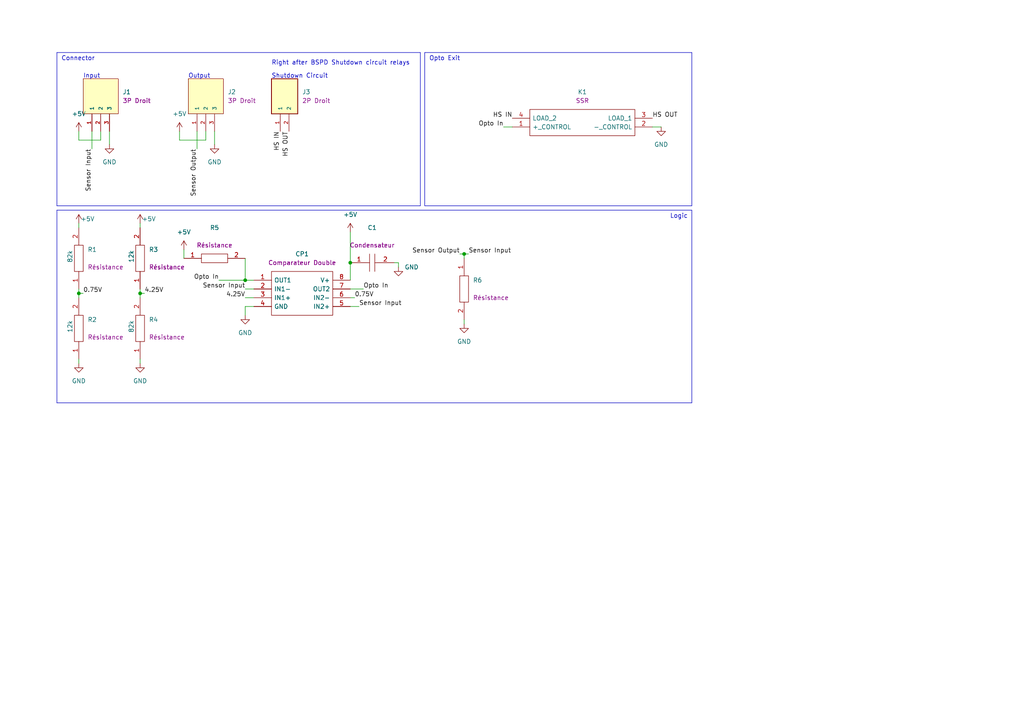
<source format=kicad_sch>
(kicad_sch (version 20230121) (generator eeschema)
  (paper "A4")
  (lib_symbols
    (symbol "EPSA_lib:2P Droit 2-11-2022" (pin_names (offset 1.016))
      (property "Reference" "J" (at 6.35 5.08 0))
      (property "Render Name" "2P Droit" (at 0 3.81 0))
      (symbol "2P Droit 2-11-2022_0_0"
        (rectangle (start -5.08 -5.08) (end 5.08 2.54) (stroke (width 0.254)) (fill (type background)))
        (pin passive line (at -10.16 0 0) (length 5.08) (name "1") (number "1"))
        (pin passive line (at -10.16 -2.54 0) (length 5.08) (name "2") (number "2"))
      )
    )
    (symbol "EPSA_lib:3P Droit 22-11-2032" (pin_names (offset 1.016))
      (property "Reference" "J" (at 6.35 7.62 0))
      (property "Render Name" "3P Droit" (at 0 6.35 0))
      (symbol "3P Droit 22-11-2032_0_0"
        (rectangle (start -5.08 -5.08) (end 5.08 5.08) (stroke (width 0.1524)) (fill (type background)))
        (pin passive line (at -10.16 2.54 0) (length 5.08) (name "1") (number "1"))
        (pin passive line (at -10.16 0 0) (length 5.08) (name "2") (number "2"))
        (pin passive line (at -10.16 -2.54 0) (length 5.08) (name "3") (number "3"))
      )
    )
    (symbol "EPSA_lib:Comparateur Double LM393LVDR" (pin_names (offset 0.762))
      (property "Reference" "CP" (at 35.56 8.89 0))
      (property "Render Name" "Comparateur Double" (at 13.97 3.81 0))
      (symbol "Comparateur Double LM393LVDR_0_0"
        (pin passive line (at 0 0 0) (length 5.08) (name "OUT1") (number "1"))
        (pin passive line (at 0 -2.54 0) (length 5.08) (name "IN1-") (number "2"))
        (pin passive line (at 0 -5.08 0) (length 5.08) (name "IN1+") (number "3"))
        (pin passive line (at 0 -7.62 0) (length 5.08) (name "GND") (number "4"))
        (pin passive line (at 27.94 -7.62 180) (length 5.08) (name "IN2+") (number "5"))
        (pin passive line (at 27.94 -5.08 180) (length 5.08) (name "IN2-") (number "6"))
        (pin passive line (at 27.94 -2.54 180) (length 5.08) (name "OUT2") (number "7"))
        (pin passive line (at 27.94 0 180) (length 5.08) (name "V+") (number "8"))
      )
      (symbol "Comparateur Double LM393LVDR_0_1"
        (polyline (pts (xy 5.08 2.54) (xy 22.86 2.54) (xy 22.86 -10.16) (xy 5.08 -10.16) (xy 5.08 2.54)) (stroke (width 0.1524)))
      )
    )
    (symbol "EPSA_lib:Condensateur 0805Y1000104JXT" (pin_names (offset 0.762))
      (property "Reference" "C" (at 20.32 5.08 0))
      (property "Spice_Model" "10" (at 5.08 6.35 0))
      (property "Render Name" "Condensateur" (at 6.35 3.81 0))
      (symbol "Condensateur 0805Y1000104JXT_0_0"
        (pin passive line (at 0 0 0) (length 5.08) (name "~") (number "1"))
        (pin passive line (at 12.7 0 180) (length 5.08) (name "~") (number "2"))
      )
      (symbol "Condensateur 0805Y1000104JXT_0_1"
        (polyline (pts (xy 5.08 0) (xy 5.588 0)) (stroke (width 0.1524)))
        (polyline (pts (xy 5.588 2.54) (xy 5.588 -2.54)) (stroke (width 0.1524)))
        (polyline (pts (xy 7.112 0) (xy 7.62 0)) (stroke (width 0.1524)))
        (polyline (pts (xy 7.112 2.54) (xy 7.112 -2.54)) (stroke (width 0.1524)))
      )
    )
    (symbol "EPSA_lib:Résistance RK73H2BLTDD2152F" (pin_names (offset 0.762))
      (property "Reference" "R" (at 25.4 5.08 0))
      (property "Spice_Model" "10" (at 7.62 5.08 0))
      (property "Render Name" "Résistance" (at 8.89 2.54 0))
      (symbol "Résistance RK73H2BLTDD2152F_0_0"
        (pin passive line (at 0 0 0) (length 5.08) (name "~") (number "1"))
        (pin passive line (at 17.78 0 180) (length 5.08) (name "~") (number "2"))
      )
      (symbol "Résistance RK73H2BLTDD2152F_0_1"
        (polyline (pts (xy 5.08 1.27) (xy 12.7 1.27) (xy 12.7 -1.27) (xy 5.08 -1.27) (xy 5.08 1.27)) (stroke (width 0.1524)))
      )
    )
    (symbol "EPSA_lib:SSR CPC1394GR" (pin_names (offset 0.762))
      (property "Reference" "K" (at 48.26 7.62 0))
      (property "Render Name" "SSR" (at 19.05 3.81 0))
      (symbol "SSR CPC1394GR_0_0"
        (pin passive line (at 0 -2.54 0) (length 5.08) (name "+_CONTROL") (number "1"))
        (pin passive line (at 40.64 -2.54 180) (length 5.08) (name "-_CONTROL") (number "2"))
        (pin passive line (at 40.64 0 180) (length 5.08) (name "LOAD_1") (number "3"))
        (pin passive line (at 0 0 0) (length 5.08) (name "LOAD_2") (number "4"))
      )
      (symbol "SSR CPC1394GR_0_1"
        (polyline (pts (xy 5.08 2.54) (xy 35.56 2.54) (xy 35.56 -5.08) (xy 5.08 -5.08) (xy 5.08 2.54)) (stroke (width 0.1524)))
      )
    )
    (symbol "power:+5V" (power) (pin_names (offset 0))
      (property "Value" "+5V" (at 0 3.556 0))
      (symbol "+5V_0_1"
        (polyline (pts (xy -0.762 1.27) (xy 0 2.54)))
        (polyline (pts (xy 0 0) (xy 0 2.54)))
        (polyline (pts (xy 0 2.54) (xy 0.762 1.27)))
      )
      (symbol "+5V_1_1"
        (pin power_in line (at 0 0 90) (length 0) hide (name "+5V") (number "1"))
      )
    )
    (symbol "power:GND" (power) (pin_names (offset 0))
      (property "Value" "GND" (at 0 -3.81 0))
      (symbol "GND_0_1"
        (polyline (pts (xy 0 0) (xy 0 -1.27) (xy 1.27 -1.27) (xy 0 -2.54) (xy -1.27 -1.27) (xy 0 -1.27)))
      )
      (symbol "GND_1_1"
        (pin power_in line (at 0 0 270) (length 0) hide (name "GND") (number "1"))
      )
    )
  )
  (junction (at 134.62 73.66))
  (junction (at 40.64 85.09))
  (junction (at 101.6 76.2))
  (junction (at 22.86 85.09))
  (junction (at 71.12 81.28))
  (polyline (pts (xy 121.92 59.69) (xy 16.51 59.69)))
  (polyline (pts (xy 16.51 60.96) (xy 200.66 60.96)))
  (wire (pts (xy 71.12 81.28) (xy 73.66 81.28)))
  (wire (pts (xy 101.6 86.36) (xy 102.87 86.36)))
  (wire (pts (xy 22.86 83.82) (xy 22.86 85.09)))
  (wire (pts (xy 101.6 83.82) (xy 105.41 83.82)))
  (polyline (pts (xy 200.66 15.24) (xy 200.66 59.69)))
  (wire (pts (xy 115.57 76.2) (xy 115.57 77.47)))
  (wire (pts (xy 40.64 85.09) (xy 41.91 85.09)))
  (wire (pts (xy 134.62 73.66) (xy 134.62 74.93)))
  (wire (pts (xy 40.64 85.09) (xy 40.64 86.36)))
  (wire (pts (xy 59.69 40.64) (xy 52.07 40.64)))
  (wire (pts (xy 71.12 86.36) (xy 73.66 86.36)))
  (wire (pts (xy 71.12 74.93) (xy 71.12 81.28)))
  (wire (pts (xy 101.6 76.2) (xy 101.6 67.31)))
  (wire (pts (xy 22.86 64.77) (xy 22.86 66.04)))
  (wire (pts (xy 22.86 85.09) (xy 24.13 85.09)))
  (wire (pts (xy 114.3 76.2) (xy 115.57 76.2)))
  (wire (pts (xy 31.75 38.1) (xy 31.75 41.91)))
  (polyline (pts (xy 123.19 15.24) (xy 123.19 59.69)))
  (wire (pts (xy 59.69 38.1) (xy 59.69 40.64)))
  (wire (pts (xy 101.6 81.28) (xy 101.6 76.2)))
  (wire (pts (xy 134.62 92.71) (xy 134.62 93.98)))
  (wire (pts (xy 40.64 83.82) (xy 40.64 85.09)))
  (wire (pts (xy 22.86 38.1) (xy 22.86 40.64)))
  (polyline (pts (xy 200.66 59.69) (xy 123.19 59.69)))
  (wire (pts (xy 29.21 40.64) (xy 22.86 40.64)))
  (wire (pts (xy 73.66 88.9) (xy 71.12 88.9)))
  (wire (pts (xy 146.05 36.83) (xy 148.59 36.83)))
  (wire (pts (xy 22.86 85.09) (xy 22.86 86.36)))
  (wire (pts (xy 40.64 104.14) (xy 40.64 105.41)))
  (polyline (pts (xy 16.51 15.24) (xy 16.51 59.69)))
  (wire (pts (xy 53.34 72.39) (xy 53.34 74.93)))
  (polyline (pts (xy 121.92 15.24) (xy 121.92 59.69)))
  (wire (pts (xy 71.12 83.82) (xy 73.66 83.82)))
  (wire (pts (xy 40.64 64.77) (xy 40.64 66.04)))
  (polyline (pts (xy 16.51 15.24) (xy 121.92 15.24)))
  (wire (pts (xy 57.15 38.1) (xy 57.15 43.18)))
  (wire (pts (xy 189.23 36.83) (xy 191.77 36.83)))
  (wire (pts (xy 101.6 88.9) (xy 104.14 88.9)))
  (wire (pts (xy 134.62 73.66) (xy 135.89 73.66)))
  (polyline (pts (xy 200.66 60.96) (xy 200.66 116.84)))
  (wire (pts (xy 52.07 38.1) (xy 52.07 40.64)))
  (wire (pts (xy 29.21 38.1) (xy 29.21 40.64)))
  (polyline (pts (xy 16.51 60.96) (xy 16.51 116.84)))
  (wire (pts (xy 71.12 88.9) (xy 71.12 91.44)))
  (polyline (pts (xy 123.19 15.24) (xy 200.66 15.24)))
  (wire (pts (xy 22.86 104.14) (xy 22.86 105.41)))
  (wire (pts (xy 62.23 38.1) (xy 62.23 41.91)))
  (wire (pts (xy 133.35 73.66) (xy 134.62 73.66)))
  (wire (pts (xy 63.5 81.28) (xy 71.12 81.28)))
  (wire (pts (xy 26.67 38.1) (xy 26.67 43.18)))
  (polyline (pts (xy 200.66 116.84) (xy 16.51 116.84)))
  (text "Connector" (at 17.78 17.78 0) (effects (font (size 1.27 1.27)) (justify left bottom)))
  (text "Logic\n" (at 194.31 63.5 0) (effects (font (size 1.27 1.27)) (justify left bottom)))
  (text "Right after BSPD Shutdown circuit relays" (at 78.74 19.05 0) (effects (font (size 1.27 1.27)) (justify left bottom)))
  (text "Opto Exit" (at 124.46 17.78 0) (effects (font (size 1.27 1.27)) (justify left bottom)))
  (text "Output" (at 54.61 22.86 0) (effects (font (size 1.27 1.27)) (justify left bottom)))
  (text "Input" (at 24.13 22.86 0) (effects (font (size 1.27 1.27)) (justify left bottom)))
  (text "Shutdown Circuit" (at 78.74 22.86 0) (effects (font (size 1.27 1.27)) (justify left bottom)))
  (label "HS IN" (at 81.28 38.1 270))
  (label "Opto In" (at 105.41 83.82 0))
  (label "Sensor Input" (at 135.89 73.66 0))
  (label "HS OUT" (at 189.23 34.29 0))
  (label "0.75V" (at 102.87 86.36 0))
  (label "HS IN" (at 148.59 34.29 180))
  (label "Sensor Input" (at 26.67 43.18 270))
  (label "4.25V" (at 41.91 85.09 0))
  (label "Opto In" (at 63.5 81.28 180))
  (label "Sensor Output" (at 133.35 73.66 180))
  (label "Opto In" (at 146.05 36.83 180))
  (label "Sensor Output" (at 57.15 43.18 270))
  (label "0.75V" (at 24.13 85.09 0))
  (label "Sensor Input" (at 71.12 83.82 180))
  (label "Sensor Input" (at 104.14 88.9 0))
  (label "HS OUT" (at 83.82 38.1 270))
  (label "4.25V" (at 71.12 86.36 180))
  (symbol (lib_id "power:+5V") (at 40.64 64.77 0) (unit 1)
    (property "Reference" "#PWR06" (effects hide))
    (property "Value" "+5V" (at 43.18 63.5 0))
  )
  (symbol (lib_id "EPSA_lib:2P Droit 2-11-2022") (at 81.28 27.94 90) (unit 1)
    (property "Reference" "J3" (at 87.63 26.6699 90) (effects (justify right)))
    (property "Value" "2P Droit 2-11-2022" (effects hide))
    (property "Footprint" "EPSA_lib:MOLEX_22-11-2022" (effects hide))
    (property "MAXIMUM_PACKAGE_HEIGHT" "10.66mm" (effects hide))
    (property "PARTREV" "BD8" (effects hide))
    (property "STANDARD" "Manufacturer Recommendations" (effects hide))
    (property "MANUFACTURER" "Molex" (effects hide))
    (property "Sim.Enable" "0" (effects hide))
    (property "Render Name" "2P Droit" (at 87.63 29.2099 90) (effects (justify right)))
    (property "Sim.Device" "SPICE" (effects hide))
    (property "Sim.Params" "type=\"J\" model=\"22-11-2022\" lib=\"\"" (effects hide))
    (property "Sim.Pins" "1=1 2=2" (effects hide))
  )
  (symbol (lib_id "EPSA_lib:Comparateur Double LM393LVDR") (at 73.66 81.28 0) (unit 1)
    (property "Reference" "CP1" (at 87.63 73.66 0))
    (property "Value" "Comparateur Double LM393LVDR" (effects hide))
    (property "Footprint" "EPSA_lib:SOIC127P600X175-8N" (effects hide))
    (property "Datasheet" "https://www.ti.com/lit/ds/symlink/lm393lv.pdf?ts=1609509320428&ref_url=https%253A%252F%252Feu.mouser.com%252F" (effects hide))
    (property "Description" "Analog Comparators 1.65-V to 5.5-V, low voltage dual commodity comparator" (effects hide))
    (property "Height" "1.75" (effects hide))
    (property "Manufacturer_Name" "Texas Instruments" (effects hide))
    (property "Manufacturer_Part_Number" "LM393LVDR" (effects hide))
    (property "Mouser Part Number" "595-LM393LVDR" (effects hide))
    (property "Mouser Price/Stock" "https://www.mouser.co.uk/ProductDetail/Texas-Instruments/LM393LVDR?qs=zW32dvEIR3vk5%2FzEI25KTQ%3D%3D" (effects hide))
    (property "Arrow Part Number" "LM393LVDR" (effects hide))
    (property "Arrow Price/Stock" "https://www.arrow.com/en/products/lm393lvdr/texas-instruments" (effects hide))
    (property "Render Name" "Comparateur Double" (at 87.63 76.2 0))
    (property "Sim.Library" "${EPSA}\\SpiceModel\\CD_lm393.lib" (effects hide))
    (property "Sim.Name" "LM2903B_Dual" (effects hide))
    (property "Sim.Pins" "1=OUT1 2=IN1- 3=IN1+ 4=GND 5=IN2+ 6=IN2- 7=OUT2 8=Vcc" (effects hide))
  )
  (symbol (lib_id "EPSA_lib:Résistance RK73H2BLTDD2152F") (at 134.62 74.93 270) (unit 1)
    (property "Reference" "R6" (at 137.16 81.2799 90) (effects (justify left)))
    (property "Value" "Résistance RK73H2BLTDD2152F" (effects hide))
    (property "Footprint" "EPSA_lib:RESC3216X70N" (effects hide))
    (property "Datasheet" "http://www.koaspeer.com/catimages/Products/RK73H/RK73H.pdf" (effects hide))
    (property "Description" "Thick Film Resistors - SMD" (effects hide))
    (property "Height" "0.7" (effects hide))
    (property "Manufacturer_Name" "KOA Speer" (effects hide))
    (property "Manufacturer_Part_Number" "RK73H2BLTDD2152F" (effects hide))
    (property "Mouser Part Number" "N/A" (effects hide))
    (property "Mouser Price/Stock" "https://www.mouser.co.uk/ProductDetail/KOA-Speer/RK73H2BLTDD2152F?qs=WeIALVmW3zmyxMFsjVzMRw%3D%3D" (effects hide))
    (property "Render Name" "Résistance" (at 137.16 86.3599 90) (effects (justify left)))
    (property "Sim.Device" "SPICE" (effects hide))
    (property "Sim.Params" "type=\"R\" model=\"1mega\" lib=\"\"" (effects hide))
    (property "Sim.Pins" "1=1 2=2" (effects hide))
  )
  (symbol (lib_id "power:GND") (at 134.62 93.98 0) (unit 1)
    (property "Reference" "#PWR013" (effects hide))
    (property "Value" "GND" (at 134.62 99.06 0))
  )
  (symbol (lib_id "EPSA_lib:3P Droit 22-11-2032") (at 59.69 27.94 90) (unit 1)
    (property "Reference" "J2" (at 66.04 26.6699 90) (effects (justify right)))
    (property "Value" "3P Droit 22-11-2032" (effects hide))
    (property "Footprint" "EPSA_lib:MOLEX_22-11-2032" (effects hide))
    (property "STANDARD" "Manufacturer recommendations" (effects hide))
    (property "PARTREV" "BD8" (effects hide))
    (property "MAXIMUM_PACKAGE_HEIGHT" "10.66mm" (effects hide))
    (property "MANUFACTURER" "Molex" (effects hide))
    (property "Sim.Enable" "0" (effects hide))
    (property "Render Name" "3P Droit" (at 66.04 29.2099 90) (effects (justify right)))
    (property "Sim.Device" "SPICE" (effects hide))
    (property "Sim.Params" "type=\"J\" model=\"22-11-2032\" lib=\"\"" (effects hide))
    (property "Sim.Pins" "1=1 2=2 3=3" (effects hide))
  )
  (symbol (lib_id "power:+5V") (at 22.86 38.1 0) (unit 1)
    (property "Reference" "#PWR02" (effects hide))
    (property "Value" "+5V" (at 22.86 33.02 0))
  )
  (symbol (lib_id "power:+5V") (at 53.34 72.39 0) (unit 1)
    (property "Reference" "#PWR09" (effects hide))
    (property "Value" "+5V" (at 53.34 67.31 0))
  )
  (symbol (lib_id "power:+5V") (at 101.6 67.31 0) (unit 1)
    (property "Reference" "#PWR012" (effects hide))
    (property "Value" "+5V" (at 101.6 62.23 0))
  )
  (symbol (lib_id "power:GND") (at 22.86 105.41 0) (unit 1)
    (property "Reference" "#PWR04" (effects hide))
    (property "Value" "GND" (at 22.86 110.49 0))
  )
  (symbol (lib_id "EPSA_lib:3P Droit 22-11-2032") (at 29.21 27.94 90) (unit 1)
    (property "Reference" "J1" (at 35.56 26.6699 90) (effects (justify right)))
    (property "Value" "3P Droit 22-11-2032" (effects hide))
    (property "Footprint" "EPSA_lib:MOLEX_22-11-2032" (effects hide))
    (property "STANDARD" "Manufacturer recommendations" (effects hide))
    (property "PARTREV" "BD8" (effects hide))
    (property "MAXIMUM_PACKAGE_HEIGHT" "10.66mm" (effects hide))
    (property "MANUFACTURER" "Molex" (effects hide))
    (property "Sim.Enable" "0" (effects hide))
    (property "Render Name" "3P Droit" (at 35.56 29.2099 90) (effects (justify right)))
    (property "Sim.Device" "SPICE" (effects hide))
    (property "Sim.Params" "type=\"J\" model=\"22-11-2032\" lib=\"\"" (effects hide))
    (property "Sim.Pins" "1=1 2=2 3=3" (effects hide))
  )
  (symbol (lib_id "power:GND") (at 191.77 36.83 0) (unit 1)
    (property "Reference" "#PWR017" (effects hide))
    (property "Value" "GND" (at 191.77 41.91 0))
  )
  (symbol (lib_id "power:GND") (at 71.12 91.44 0) (unit 1)
    (property "Reference" "#PWR011" (effects hide))
    (property "Value" "GND" (at 71.12 96.52 0))
  )
  (symbol (lib_id "power:GND") (at 62.23 41.91 0) (unit 1)
    (property "Reference" "#PWR010" (effects hide))
    (property "Value" "GND" (at 62.23 46.99 0))
  )
  (symbol (lib_id "EPSA_lib:SSR CPC1394GR") (at 148.59 34.29 0) (unit 1)
    (property "Reference" "K1" (at 168.91 26.67 0))
    (property "Value" "SSR CPC1394GR" (effects hide))
    (property "Footprint" "EPSA_lib:CPC1394GR" (effects hide))
    (property "Datasheet" "https://componentsearchengine.com/Datasheets/1/CPC1394GR.pdf" (effects hide))
    (property "Description" "SPST-NO Solid State Relay Solder 120 mA rms/mA dc Surface Mount, DC MOSFET" (effects hide))
    (property "Height" "3.556" (effects hide))
    (property "Manufacturer_Name" "LITTELFUSE" (effects hide))
    (property "Manufacturer_Part_Number" "CPC1394GR" (effects hide))
    (property "Mouser Part Number" "849-CPC1394GR" (effects hide))
    (property "Mouser Price/Stock" "https://www.mouser.co.uk/ProductDetail/IXYS-Integrated-Circuits/CPC1394GR?qs=8uBHJDVwVqyTG8bzDwZMmA%3D%3D" (effects hide))
    (property "Render Name" "SSR" (at 168.91 29.21 0))
    (property "Sim.Library" "${EPSA}\\SpiceModel\\SSR.lib" (effects hide))
    (property "Sim.Name" "SWITCH" (effects hide))
    (property "Sim.Pins" "1=CONT+ 2=CONT- 3=LOAD1 4=LOAD2" (effects hide))
  )
  (symbol (lib_id "power:GND") (at 115.57 77.47 0) (unit 1)
    (property "Reference" "#PWR01" (effects hide))
    (property "Value" "GND" (at 119.38 77.47 0))
  )
  (symbol (lib_id "power:+5V") (at 22.86 64.77 0) (unit 1)
    (property "Reference" "#PWR03" (effects hide))
    (property "Value" "+5V" (at 25.4 63.5 0))
  )
  (symbol (lib_id "EPSA_lib:Résistance RK73H2BLTDD2152F") (at 22.86 104.14 90) (unit 1)
    (property "Reference" "R2" (at 25.4 92.7099 90) (effects (justify right)))
    (property "Value" "12k" (at 20.32 96.52 0) (effects (justify left)))
    (property "Footprint" "EPSA_lib:RESC3216X70" (effects hide))
    (property "Datasheet" "http://www.koaspeer.com/catimages/Products/RK73H/RK73H.pdf" (effects hide))
    (property "Description" "Thick Film Resistors - SMD" (effects hide))
    (property "Height" "0.7" (effects hide))
    (property "Manufacturer_Name" "KOA Speer" (effects hide))
    (property "Manufacturer_Part_Number" "RK73H2BLTDD2152F" (effects hide))
    (property "Mouser Part Number" "N/A" (effects hide))
    (property "Mouser Price/Stock" "https://www.mouser.co.uk/ProductDetail/KOA-Speer/RK73H2BLTDD2152F?qs=WeIALVmW3zmyxMFsjVzMRw%3D%3D" (effects hide))
    (property "Render Name" "Résistance" (at 25.4 97.7899 90) (effects (justify right)))
    (property "Sim.Device" "SPICE" (effects hide))
    (property "Sim.Params" "type=\"R\" model=\"2k\" lib=\"\"" (effects hide))
    (property "Sim.Pins" "1=1 2=2" (effects hide))
  )
  (symbol (lib_id "power:GND") (at 31.75 41.91 0) (unit 1)
    (property "Reference" "#PWR05" (effects hide))
    (property "Value" "GND" (at 31.75 46.99 0))
  )
  (symbol (lib_id "power:GND") (at 40.64 105.41 0) (unit 1)
    (property "Reference" "#PWR07" (effects hide))
    (property "Value" "GND" (at 40.64 110.49 0))
  )
  (symbol (lib_id "power:+5V") (at 52.07 38.1 0) (unit 1)
    (property "Reference" "#PWR08" (effects hide))
    (property "Value" "+5V" (at 52.07 33.02 0))
  )
  (symbol (lib_id "EPSA_lib:Condensateur 0805Y1000104JXT") (at 101.6 76.2 0) (unit 1)
    (property "Reference" "C1" (at 107.95 66.04 0))
    (property "Value" "Condensateur 0805Y1000104JXT" (effects hide))
    (property "Footprint" "EPSA_lib:CAPC2012X130N" (effects hide))
    (property "Datasheet" "http://docs-europe.electrocomponents.com/webdocs/119d/0900766b8119d7bc.pdf" (effects hide))
    (property "Description" "Syfer 0805 Ceramic Chip Capacitors" (effects hide))
    (property "Height" "1.3" (effects hide))
    (property "Manufacturer_Name" "Syfer" (effects hide))
    (property "Manufacturer_Part_Number" "0805Y1000104JXT" (effects hide))
    (property "Arrow Part Number" "0805Y1000104JXT" (effects hide))
    (property "Arrow Price/Stock" "https://www.arrow.com/en/products/0805y1000104jxt/syfer-technology?region=europe" (effects hide))
    (property "Render Name" "Condensateur" (at 107.95 71.12 0))
    (property "Sim.Device" "SPICE" (effects hide))
    (property "Sim.Params" "type=\"C\" model=\"15p\" lib=\"\"" (effects hide))
    (property "Sim.Pins" "1=1 2=2" (effects hide))
  )
  (symbol (lib_id "EPSA_lib:Résistance RK73H2BLTDD2152F") (at 22.86 83.82 90) (unit 1)
    (property "Reference" "R1" (at 25.4 72.3899 90) (effects (justify right)))
    (property "Value" "82k" (at 20.32 76.2 0) (effects (justify left)))
    (property "Footprint" "EPSA_lib:RESC3216X70N" (effects hide))
    (property "Datasheet" "http://www.koaspeer.com/catimages/Products/RK73H/RK73H.pdf" (effects hide))
    (property "Description" "Thick Film Resistors - SMD" (effects hide))
    (property "Height" "0.7" (effects hide))
    (property "Manufacturer_Name" "KOA Speer" (effects hide))
    (property "Manufacturer_Part_Number" "RK73H2BLTDD2152F" (effects hide))
    (property "Mouser Part Number" "N/A" (effects hide))
    (property "Mouser Price/Stock" "https://www.mouser.co.uk/ProductDetail/KOA-Speer/RK73H2BLTDD2152F?qs=WeIALVmW3zmyxMFsjVzMRw%3D%3D" (effects hide))
    (property "Render Name" "Résistance" (at 25.4 77.4699 90) (effects (justify right)))
    (property "Sim.Device" "SPICE" (effects hide))
    (property "Sim.Params" "type=\"R\" model=\"8k\" lib=\"\"" (effects hide))
    (property "Sim.Pins" "1=1 2=2" (effects hide))
  )
  (symbol (lib_id "EPSA_lib:Résistance RK73H2BLTDD2152F") (at 53.34 74.93 0) (unit 1)
    (property "Reference" "R5" (at 62.23 66.04 0))
    (property "Value" "Résistance RK73H2BLTDD2152F" (effects hide))
    (property "Footprint" "EPSA_lib:RESC3216X70N" (effects hide))
    (property "Datasheet" "http://www.koaspeer.com/catimages/Products/RK73H/RK73H.pdf" (effects hide))
    (property "Description" "Thick Film Resistors - SMD" (effects hide))
    (property "Height" "0.7" (effects hide))
    (property "Manufacturer_Name" "KOA Speer" (effects hide))
    (property "Manufacturer_Part_Number" "RK73H2BLTDD2152F" (effects hide))
    (property "Mouser Part Number" "N/A" (effects hide))
    (property "Mouser Price/Stock" "https://www.mouser.co.uk/ProductDetail/KOA-Speer/RK73H2BLTDD2152F?qs=WeIALVmW3zmyxMFsjVzMRw%3D%3D" (effects hide))
    (property "Render Name" "Résistance" (at 62.23 71.12 0))
    (property "Sim.Device" "SPICE" (effects hide))
    (property "Sim.Params" "type=\"R\" model=\"2k2\" lib=\"\"" (effects hide))
    (property "Sim.Pins" "1=1 2=2" (effects hide))
  )
  (symbol (lib_id "EPSA_lib:Résistance RK73H2BLTDD2152F") (at 40.64 83.82 90) (unit 1)
    (property "Reference" "R3" (at 43.18 72.3899 90) (effects (justify right)))
    (property "Value" "12k" (at 38.1 76.2 0) (effects (justify left)))
    (property "Footprint" "EPSA_lib:RESC3216X70N" (effects hide))
    (property "Datasheet" "http://www.koaspeer.com/catimages/Products/RK73H/RK73H.pdf" (effects hide))
    (property "Description" "Thick Film Resistors - SMD" (effects hide))
    (property "Height" "0.7" (effects hide))
    (property "Manufacturer_Name" "KOA Speer" (effects hide))
    (property "Manufacturer_Part_Number" "RK73H2BLTDD2152F" (effects hide))
    (property "Mouser Part Number" "N/A" (effects hide))
    (property "Mouser Price/Stock" "https://www.mouser.co.uk/ProductDetail/KOA-Speer/RK73H2BLTDD2152F?qs=WeIALVmW3zmyxMFsjVzMRw%3D%3D" (effects hide))
    (property "Render Name" "Résistance" (at 43.18 77.4699 90) (effects (justify right)))
    (property "Sim.Device" "SPICE" (effects hide))
    (property "Sim.Params" "type=\"R\" model=\"2k\" lib=\"\"" (effects hide))
    (property "Sim.Pins" "1=1 2=2" (effects hide))
  )
  (symbol (lib_id "EPSA_lib:Résistance RK73H2BLTDD2152F") (at 40.64 104.14 90) (unit 1)
    (property "Reference" "R4" (at 43.18 92.7099 90) (effects (justify right)))
    (property "Value" "82k" (at 38.1 96.52 0) (effects (justify left)))
    (property "Footprint" "EPSA_lib:RESC3216X70N" (effects hide))
    (property "Datasheet" "http://www.koaspeer.com/catimages/Products/RK73H/RK73H.pdf" (effects hide))
    (property "Description" "Thick Film Resistors - SMD" (effects hide))
    (property "Height" "0.7" (effects hide))
    (property "Manufacturer_Name" "KOA Speer" (effects hide))
    (property "Manufacturer_Part_Number" "RK73H2BLTDD2152F" (effects hide))
    (property "Mouser Part Number" "N/A" (effects hide))
    (property "Mouser Price/Stock" "https://www.mouser.co.uk/ProductDetail/KOA-Speer/RK73H2BLTDD2152F?qs=WeIALVmW3zmyxMFsjVzMRw%3D%3D" (effects hide))
    (property "Render Name" "Résistance" (at 43.18 97.7899 90) (effects (justify right)))
    (property "Sim.Device" "SPICE" (effects hide))
    (property "Sim.Params" "type=\"R\" model=\"8k\" lib=\"\"" (effects hide))
    (property "Sim.Pins" "1=1 2=2" (effects hide))
  )
)
</source>
